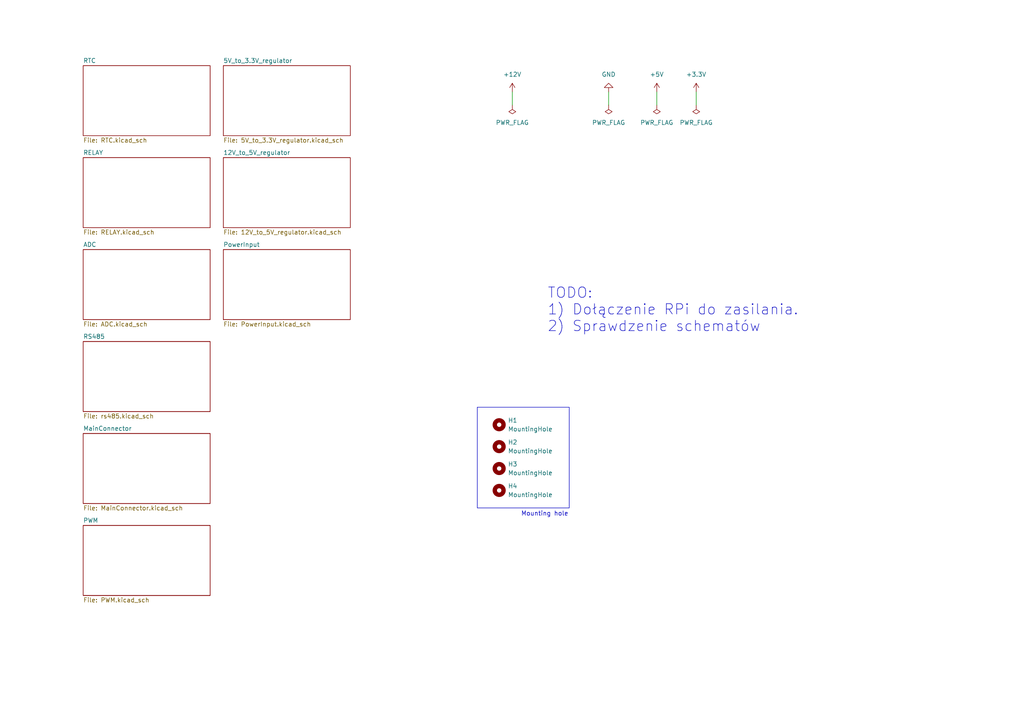
<source format=kicad_sch>
(kicad_sch (version 20230121) (generator eeschema)
  (paper "A4")
  (lib_symbols
    (symbol "Mechanical:MountingHole" (pin_names (offset 1.016))
      (property "Reference" "H" (at 0 5.08 0))
      (property "Value" "MountingHole" (at 0 3.175 0))
      (symbol "MountingHole_0_1"
        (circle (center 0 0) (radius 1.27) (stroke (width 1.27)))
      )
    )
    (symbol "power:+12V" (power) (pin_names (offset 0))
      (property "Value" "+12V" (at 0 3.556 0))
      (symbol "+12V_0_1"
        (polyline (pts (xy -0.762 1.27) (xy 0 2.54)))
        (polyline (pts (xy 0 0) (xy 0 2.54)))
        (polyline (pts (xy 0 2.54) (xy 0.762 1.27)))
      )
      (symbol "+12V_1_1"
        (pin power_in line (at 0 0 90) (length 0) hide (name "+12V") (number "1"))
      )
    )
    (symbol "power:+3.3V" (power) (pin_names (offset 0))
      (property "Value" "+3.3V" (at 0 3.556 0))
      (symbol "+3.3V_0_1"
        (polyline (pts (xy -0.762 1.27) (xy 0 2.54)))
        (polyline (pts (xy 0 0) (xy 0 2.54)))
        (polyline (pts (xy 0 2.54) (xy 0.762 1.27)))
      )
      (symbol "+3.3V_1_1"
        (pin power_in line (at 0 0 90) (length 0) hide (name "+3.3V") (number "1"))
      )
    )
    (symbol "power:+5V" (power) (pin_names (offset 0))
      (property "Value" "+5V" (at 0 3.556 0))
      (symbol "+5V_0_1"
        (polyline (pts (xy -0.762 1.27) (xy 0 2.54)))
        (polyline (pts (xy 0 0) (xy 0 2.54)))
        (polyline (pts (xy 0 2.54) (xy 0.762 1.27)))
      )
      (symbol "+5V_1_1"
        (pin power_in line (at 0 0 90) (length 0) hide (name "+5V") (number "1"))
      )
    )
    (symbol "power:GND" (power) (pin_names (offset 0))
      (property "Value" "GND" (at 0 -3.81 0))
      (symbol "GND_0_1"
        (polyline (pts (xy 0 0) (xy 0 -1.27) (xy 1.27 -1.27) (xy 0 -2.54) (xy -1.27 -1.27) (xy 0 -1.27)))
      )
      (symbol "GND_1_1"
        (pin power_in line (at 0 0 270) (length 0) hide (name "GND") (number "1"))
      )
    )
    (symbol "power:PWR_FLAG" (power) (pin_numbers hide) (pin_names (offset 0) hide)
      (property "Value" "PWR_FLAG" (at 0 3.81 0))
      (symbol "PWR_FLAG_0_0"
        (pin power_out line (at 0 0 90) (length 0) (name "pwr") (number "1"))
      )
      (symbol "PWR_FLAG_0_1"
        (polyline (pts (xy 0 0) (xy 0 1.27) (xy -1.016 1.905) (xy 0 2.54) (xy 1.016 1.905) (xy 0 1.27)))
      )
    )
  )
  (wire (pts (xy 201.93 26.67) (xy 201.93 30.48)))
  (wire (pts (xy 148.59 26.67) (xy 148.59 30.48)))
  (wire (pts (xy 176.53 26.67) (xy 176.53 30.48)))
  (wire (pts (xy 190.5 26.67) (xy 190.5 30.48)))
  (rectangle (start 138.43 118.11) (end 165.1 147.32))
  (text "TODO:\n1) Dołączenie RPi do zasilania.\n2) Sprawdzenie schematów\n" (at 158.75 96.52 0) (effects (font (size 3 3)) (justify left bottom)))
  (text "Mounting hole" (at 151.13 149.86 0) (effects (font (size 1.27 1.27)) (justify left bottom)))
  (symbol (lib_id "power:PWR_FLAG") (at 148.59 30.48 180) (unit 1)
    (property "Reference" "#FLG02" (effects hide))
    (property "Value" "PWR_FLAG" (at 148.59 35.56 0))
  )
  (symbol (lib_id "power:PWR_FLAG") (at 201.93 30.48 180) (unit 1)
    (property "Reference" "#FLG03" (effects hide))
    (property "Value" "PWR_FLAG" (at 201.93 35.56 0))
  )
  (symbol (lib_id "power:GND") (at 176.53 26.67 180) (unit 1)
    (property "Reference" "#PWR078" (effects hide))
    (property "Value" "GND" (at 176.53 21.59 0))
  )
  (symbol (lib_id "power:PWR_FLAG") (at 190.5 30.48 180) (unit 1)
    (property "Reference" "#FLG04" (effects hide))
    (property "Value" "PWR_FLAG" (at 190.5 35.56 0))
  )
  (symbol (lib_id "power:+12V") (at 148.59 26.67 0) (unit 1)
    (property "Reference" "#PWR0106" (effects hide))
    (property "Value" "+12V" (at 148.59 21.59 0))
  )
  (symbol (lib_id "Mechanical:MountingHole") (at 144.78 123.19 0) (unit 1)
    (property "Reference" "H1" (at 147.32 121.92 0) (effects (justify left)))
    (property "Value" "MountingHole" (at 147.32 124.46 0) (effects (justify left)))
    (property "Footprint" "MountingHole:MountingHole_3.2mm_M3" (effects hide))
  )
  (symbol (lib_id "Mechanical:MountingHole") (at 144.78 142.24 0) (unit 1)
    (property "Reference" "H4" (at 147.32 140.97 0) (effects (justify left)))
    (property "Value" "MountingHole" (at 147.32 143.51 0) (effects (justify left)))
    (property "Footprint" "MountingHole:MountingHole_3.2mm_M3" (effects hide))
  )
  (symbol (lib_id "Mechanical:MountingHole") (at 144.78 129.54 0) (unit 1)
    (property "Reference" "H2" (at 147.32 128.27 0) (effects (justify left)))
    (property "Value" "MountingHole" (at 147.32 130.81 0) (effects (justify left)))
    (property "Footprint" "MountingHole:MountingHole_3.2mm_M3" (effects hide))
  )
  (symbol (lib_id "power:PWR_FLAG") (at 176.53 30.48 180) (unit 1)
    (property "Reference" "#FLG01" (effects hide))
    (property "Value" "PWR_FLAG" (at 176.53 35.56 0))
  )
  (symbol (lib_id "power:+3.3V") (at 201.93 26.67 0) (unit 1)
    (property "Reference" "#PWR0107" (effects hide))
    (property "Value" "+3.3V" (at 201.93 21.59 0))
  )
  (symbol (lib_id "power:+5V") (at 190.5 26.67 0) (unit 1)
    (property "Reference" "#PWR0108" (effects hide))
    (property "Value" "+5V" (at 190.5 21.59 0))
  )
  (symbol (lib_id "Mechanical:MountingHole") (at 144.78 135.89 0) (unit 1)
    (property "Reference" "H3" (at 147.32 134.62 0) (effects (justify left)))
    (property "Value" "MountingHole" (at 147.32 137.16 0) (effects (justify left)))
    (property "Footprint" "MountingHole:MountingHole_3.2mm_M3" (effects hide))
  )
  (sheet (at 64.77 72.39) (size 36.83 20.32) (stroke (width 0.1524))
    (property "Sheetname" "PowerInput" (at 64.77 71.6784 0) (effects (justify left bottom)))
    (property "Sheetfile" "PowerInput.kicad_sch" (at 64.77 93.2946 0) (effects (justify left top)))
  )
  (sheet (at 24.13 19.05) (size 36.83 20.32) (stroke (width 0.1524))
    (property "Sheetname" "RTC" (at 24.13 18.3384 0) (effects (justify left bottom)))
    (property "Sheetfile" "RTC.kicad_sch" (at 24.13 39.9546 0) (effects (justify left top)))
  )
  (sheet (at 24.13 152.4) (size 36.83 20.32) (stroke (width 0.1524))
    (property "Sheetname" "PWM" (at 24.13 151.6884 0) (effects (justify left bottom)))
    (property "Sheetfile" "PWM.kicad_sch" (at 24.13 173.3046 0) (effects (justify left top)))
  )
  (sheet (at 24.13 72.39) (size 36.83 20.32) (stroke (width 0.1524))
    (property "Sheetname" "ADC" (at 24.13 71.6784 0) (effects (justify left bottom)))
    (property "Sheetfile" "ADC.kicad_sch" (at 24.13 93.2946 0) (effects (justify left top)))
  )
  (sheet (at 64.77 19.05) (size 36.83 20.32) (stroke (width 0.1524))
    (property "Sheetname" "5V_to_3.3V_regulator" (at 64.77 18.3384 0) (effects (justify left bottom)))
    (property "Sheetfile" "5V_to_3.3V_regulator.kicad_sch" (at 64.77 39.9546 0) (effects (justify left top)))
  )
  (sheet (at 64.77 45.72) (size 36.83 20.32) (stroke (width 0.1524))
    (property "Sheetname" "12V_to_5V_regulator" (at 64.77 45.0084 0) (effects (justify left bottom)))
    (property "Sheetfile" "12V_to_5V_regulator.kicad_sch" (at 64.77 66.6246 0) (effects (justify left top)))
  )
  (sheet (at 24.13 99.06) (size 36.83 20.32) (stroke (width 0.1524))
    (property "Sheetname" "RS485" (at 24.13 98.3484 0) (effects (justify left bottom)))
    (property "Sheetfile" "rs485.kicad_sch" (at 24.13 119.9646 0) (effects (justify left top)))
  )
  (sheet (at 24.13 45.72) (size 36.83 20.32) (stroke (width 0.1524))
    (property "Sheetname" "RELAY" (at 24.13 45.0084 0) (effects (justify left bottom)))
    (property "Sheetfile" "RELAY.kicad_sch" (at 24.13 66.6246 0) (effects (justify left top)))
  )
  (sheet (at 24.13 125.73) (size 36.83 20.32) (stroke (width 0.1524))
    (property "Sheetname" "MainConnector" (at 24.13 125.0184 0) (effects (justify left bottom)))
    (property "Sheetfile" "MainConnector.kicad_sch" (at 24.13 146.6346 0) (effects (justify left top)))
  )
)
</source>
